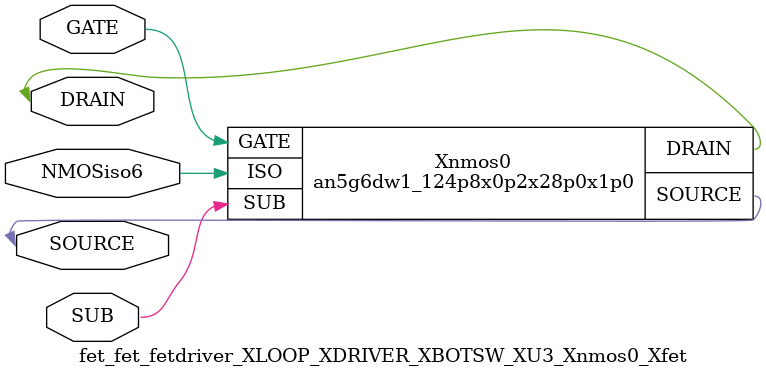
<source format=v>

module an5g6dw1_124p8x0p2x28p0x1p0 (DRAIN,GATE,SOURCE,ISO,SUB);
input GATE;
input ISO;
input SUB;
inout SOURCE;
inout DRAIN;
endmodule

//Celera Confidential Do Not Copy fet_fet_fetdriver_XLOOP_XDRIVER_XBOTSW_XU3_Xnmos0_Xfet
//Celera Confidential Symbol Generator
//power NMOS:Ron:1.000 Ohm
//Vgs 6V Vds 6V
//Kelvin:no

module fet_fet_fetdriver_XLOOP_XDRIVER_XBOTSW_XU3_Xnmos0_Xfet (GATE,SOURCE,DRAIN,NMOSiso6,SUB);
input GATE;
inout SOURCE;
inout DRAIN;
input SUB;
input NMOSiso6;

//Celera Confidential Do Not Copy an5g6dw1_124p8x0p2x28p0x1p0
an5g6dw1_124p8x0p2x28p0x1p0 Xnmos0(
.DRAIN (DRAIN),
.GATE (GATE),
.SOURCE (SOURCE),
.ISO (NMOSiso6),
.SUB (SUB)
);
//,diesize,an5g6dw1_124p8x0p2x28p0x1p0

//Celera Confidential Do Not Copy Module End
//Celera Schematic Generator
endmodule

</source>
